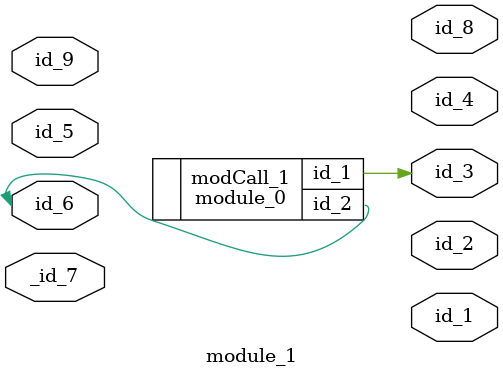
<source format=v>
module module_0 (
    id_1,
    id_2
);
  inout wire id_2;
  output wire id_1;
  wire id_3;
endmodule
module module_1 #(
    parameter id_7 = 32'd58
) (
    id_1,
    id_2,
    id_3,
    id_4,
    id_5,
    id_6,
    _id_7,
    id_8,
    id_9
);
  inout wire id_9;
  output wire id_8;
  inout wire _id_7;
  inout wire id_6;
  input wire id_5;
  output wire id_4;
  output wire id_3;
  output wire id_2;
  module_0 modCall_1 (
      id_3,
      id_6
  );
  output wire id_1;
  wire [id_7 : -1 'b0] id_10, id_11, id_12;
endmodule

</source>
